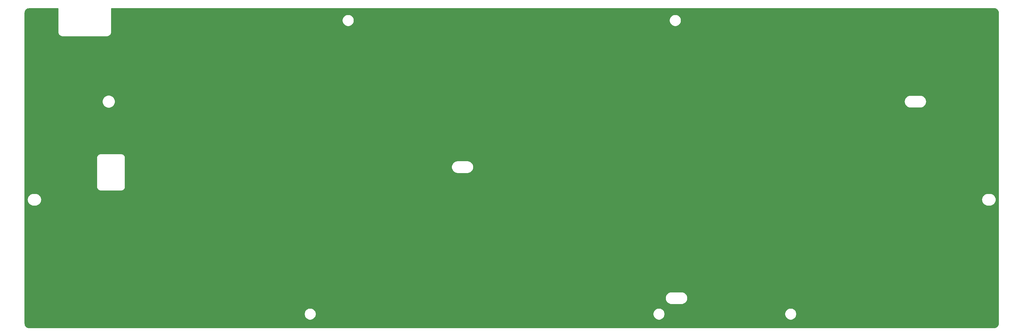
<source format=gbl>
%TF.GenerationSoftware,KiCad,Pcbnew,(5.1.10-1-10_14)*%
%TF.CreationDate,2021-07-02T05:57:47+09:00*%
%TF.ProjectId,Jones_plate_bottom,4a6f6e65-735f-4706-9c61-74655f626f74,rev?*%
%TF.SameCoordinates,Original*%
%TF.FileFunction,Copper,L2,Bot*%
%TF.FilePolarity,Positive*%
%FSLAX46Y46*%
G04 Gerber Fmt 4.6, Leading zero omitted, Abs format (unit mm)*
G04 Created by KiCad (PCBNEW (5.1.10-1-10_14)) date 2021-07-02 05:57:47*
%MOMM*%
%LPD*%
G01*
G04 APERTURE LIST*
%TA.AperFunction,NonConductor*%
%ADD10C,0.254000*%
%TD*%
%TA.AperFunction,NonConductor*%
%ADD11C,0.100000*%
%TD*%
G04 APERTURE END LIST*
D10*
X25839960Y-24713160D02*
X25843231Y-24746369D01*
X25843206Y-24749934D01*
X25844275Y-24760842D01*
X25850342Y-24818567D01*
X25851319Y-24828486D01*
X25851419Y-24828817D01*
X25856515Y-24877300D01*
X25870821Y-24946995D01*
X25884154Y-25016885D01*
X25887321Y-25027377D01*
X25921948Y-25139240D01*
X25949529Y-25204852D01*
X25976171Y-25270793D01*
X25981316Y-25280470D01*
X26037011Y-25383478D01*
X26076818Y-25442495D01*
X26115759Y-25502002D01*
X26122677Y-25510484D01*
X26122681Y-25510491D01*
X26122686Y-25510496D01*
X26197328Y-25600722D01*
X26247836Y-25650878D01*
X26297590Y-25701685D01*
X26306035Y-25708672D01*
X26306038Y-25708675D01*
X26306042Y-25708677D01*
X26396780Y-25782683D01*
X26456055Y-25822065D01*
X26514749Y-25862254D01*
X26524390Y-25867467D01*
X26627783Y-25922442D01*
X26693578Y-25949561D01*
X26758960Y-25977583D01*
X26769422Y-25980822D01*
X26769428Y-25980824D01*
X26769434Y-25980825D01*
X26881531Y-26014669D01*
X26951337Y-26028491D01*
X27020916Y-26043280D01*
X27031809Y-26044425D01*
X27031818Y-26044427D01*
X27031826Y-26044427D01*
X27148211Y-26055839D01*
X27186399Y-26059600D01*
X40063521Y-26059600D01*
X40096730Y-26056329D01*
X40100294Y-26056354D01*
X40111202Y-26055285D01*
X40168912Y-26049219D01*
X40178847Y-26048241D01*
X40179178Y-26048141D01*
X40227660Y-26043045D01*
X40297355Y-26028739D01*
X40367245Y-26015406D01*
X40377737Y-26012239D01*
X40489600Y-25977612D01*
X40555212Y-25950031D01*
X40621153Y-25923389D01*
X40630830Y-25918244D01*
X40733838Y-25862549D01*
X40792855Y-25822742D01*
X40852362Y-25783801D01*
X40860844Y-25776883D01*
X40860851Y-25776879D01*
X40860856Y-25776874D01*
X40951082Y-25702232D01*
X41001238Y-25651724D01*
X41052045Y-25601970D01*
X41059032Y-25593525D01*
X41059035Y-25593522D01*
X41059037Y-25593518D01*
X41133043Y-25502780D01*
X41172425Y-25443505D01*
X41212614Y-25384811D01*
X41217827Y-25375170D01*
X41272802Y-25271777D01*
X41299921Y-25205982D01*
X41327943Y-25140600D01*
X41331182Y-25130138D01*
X41331184Y-25130132D01*
X41331185Y-25130126D01*
X41365029Y-25018029D01*
X41378851Y-24948223D01*
X41393640Y-24878644D01*
X41394785Y-24867751D01*
X41394787Y-24867742D01*
X41394787Y-24867734D01*
X41406213Y-24751203D01*
X41409960Y-24713161D01*
X41409960Y-21154117D01*
X108590000Y-21154117D01*
X108590000Y-21495883D01*
X108656675Y-21831081D01*
X108787463Y-22146831D01*
X108977337Y-22430998D01*
X109219002Y-22672663D01*
X109503169Y-22862537D01*
X109818919Y-22993325D01*
X110154117Y-23060000D01*
X110495883Y-23060000D01*
X110831081Y-22993325D01*
X111146831Y-22862537D01*
X111430998Y-22672663D01*
X111672663Y-22430998D01*
X111862537Y-22146831D01*
X111993325Y-21831081D01*
X112060000Y-21495883D01*
X112060000Y-21154117D01*
X203840000Y-21154117D01*
X203840000Y-21495883D01*
X203906675Y-21831081D01*
X204037463Y-22146831D01*
X204227337Y-22430998D01*
X204469002Y-22672663D01*
X204753169Y-22862537D01*
X205068919Y-22993325D01*
X205404117Y-23060000D01*
X205745883Y-23060000D01*
X206081081Y-22993325D01*
X206396831Y-22862537D01*
X206680998Y-22672663D01*
X206922663Y-22430998D01*
X207112537Y-22146831D01*
X207243325Y-21831081D01*
X207310000Y-21495883D01*
X207310000Y-21154117D01*
X207243325Y-20818919D01*
X207112537Y-20503169D01*
X206922663Y-20219002D01*
X206680998Y-19977337D01*
X206396831Y-19787463D01*
X206081081Y-19656675D01*
X205745883Y-19590000D01*
X205404117Y-19590000D01*
X205068919Y-19656675D01*
X204753169Y-19787463D01*
X204469002Y-19977337D01*
X204227337Y-20219002D01*
X204037463Y-20503169D01*
X203906675Y-20818919D01*
X203840000Y-21154117D01*
X112060000Y-21154117D01*
X111993325Y-20818919D01*
X111862537Y-20503169D01*
X111672663Y-20219002D01*
X111430998Y-19977337D01*
X111146831Y-19787463D01*
X110831081Y-19656675D01*
X110495883Y-19590000D01*
X110154117Y-19590000D01*
X109818919Y-19656675D01*
X109503169Y-19787463D01*
X109219002Y-19977337D01*
X108977337Y-20219002D01*
X108787463Y-20503169D01*
X108656675Y-20818919D01*
X108590000Y-21154117D01*
X41409960Y-21154117D01*
X41409960Y-17859600D01*
X298386572Y-17859600D01*
X298660220Y-17886432D01*
X298886528Y-17954758D01*
X299095248Y-18065737D01*
X299278438Y-18215144D01*
X299429122Y-18397288D01*
X299541552Y-18605224D01*
X299611456Y-18831047D01*
X299639961Y-19102256D01*
X299639960Y-75336039D01*
X299639960Y-75336040D01*
X299639961Y-109636201D01*
X299613128Y-109909862D01*
X299544803Y-110136165D01*
X299433824Y-110344888D01*
X299284418Y-110528077D01*
X299102274Y-110678759D01*
X298894337Y-110791191D01*
X298668512Y-110861096D01*
X298397313Y-110889600D01*
X17463348Y-110889600D01*
X17189698Y-110862768D01*
X16963395Y-110794443D01*
X16754672Y-110683464D01*
X16571483Y-110534058D01*
X16420801Y-110351914D01*
X16308369Y-110143977D01*
X16238464Y-109918152D01*
X16209960Y-109646953D01*
X16209960Y-106754117D01*
X97540000Y-106754117D01*
X97540000Y-107095883D01*
X97606675Y-107431081D01*
X97737463Y-107746831D01*
X97927337Y-108030998D01*
X98169002Y-108272663D01*
X98453169Y-108462537D01*
X98768919Y-108593325D01*
X99104117Y-108660000D01*
X99445883Y-108660000D01*
X99781081Y-108593325D01*
X100096831Y-108462537D01*
X100380998Y-108272663D01*
X100622663Y-108030998D01*
X100812537Y-107746831D01*
X100943325Y-107431081D01*
X101010000Y-107095883D01*
X101010000Y-106754117D01*
X199090000Y-106754117D01*
X199090000Y-107095883D01*
X199156675Y-107431081D01*
X199287463Y-107746831D01*
X199477337Y-108030998D01*
X199719002Y-108272663D01*
X200003169Y-108462537D01*
X200318919Y-108593325D01*
X200654117Y-108660000D01*
X200995883Y-108660000D01*
X201331081Y-108593325D01*
X201646831Y-108462537D01*
X201930998Y-108272663D01*
X202172663Y-108030998D01*
X202362537Y-107746831D01*
X202493325Y-107431081D01*
X202560000Y-107095883D01*
X202560000Y-106754117D01*
X237440000Y-106754117D01*
X237440000Y-107095883D01*
X237506675Y-107431081D01*
X237637463Y-107746831D01*
X237827337Y-108030998D01*
X238069002Y-108272663D01*
X238353169Y-108462537D01*
X238668919Y-108593325D01*
X239004117Y-108660000D01*
X239345883Y-108660000D01*
X239681081Y-108593325D01*
X239996831Y-108462537D01*
X240280998Y-108272663D01*
X240522663Y-108030998D01*
X240712537Y-107746831D01*
X240843325Y-107431081D01*
X240910000Y-107095883D01*
X240910000Y-106754117D01*
X240843325Y-106418919D01*
X240712537Y-106103169D01*
X240522663Y-105819002D01*
X240280998Y-105577337D01*
X239996831Y-105387463D01*
X239681081Y-105256675D01*
X239345883Y-105190000D01*
X239004117Y-105190000D01*
X238668919Y-105256675D01*
X238353169Y-105387463D01*
X238069002Y-105577337D01*
X237827337Y-105819002D01*
X237637463Y-106103169D01*
X237506675Y-106418919D01*
X237440000Y-106754117D01*
X202560000Y-106754117D01*
X202493325Y-106418919D01*
X202362537Y-106103169D01*
X202172663Y-105819002D01*
X201930998Y-105577337D01*
X201646831Y-105387463D01*
X201331081Y-105256675D01*
X200995883Y-105190000D01*
X200654117Y-105190000D01*
X200318919Y-105256675D01*
X200003169Y-105387463D01*
X199719002Y-105577337D01*
X199477337Y-105819002D01*
X199287463Y-106103169D01*
X199156675Y-106418919D01*
X199090000Y-106754117D01*
X101010000Y-106754117D01*
X100943325Y-106418919D01*
X100812537Y-106103169D01*
X100622663Y-105819002D01*
X100380998Y-105577337D01*
X100096831Y-105387463D01*
X99781081Y-105256675D01*
X99445883Y-105190000D01*
X99104117Y-105190000D01*
X98768919Y-105256675D01*
X98453169Y-105387463D01*
X98169002Y-105577337D01*
X97927337Y-105819002D01*
X97737463Y-106103169D01*
X97606675Y-106418919D01*
X97540000Y-106754117D01*
X16209960Y-106754117D01*
X16209960Y-102274600D01*
X202681082Y-102274600D01*
X202716512Y-102634323D01*
X202821439Y-102980222D01*
X202991831Y-103299004D01*
X203221141Y-103578419D01*
X203500556Y-103807729D01*
X203819338Y-103978121D01*
X204165237Y-104083048D01*
X204434821Y-104109600D01*
X207415099Y-104109600D01*
X207684683Y-104083048D01*
X208030582Y-103978121D01*
X208349364Y-103807729D01*
X208628779Y-103578419D01*
X208858089Y-103299004D01*
X209028481Y-102980222D01*
X209133408Y-102634323D01*
X209168838Y-102274600D01*
X209133408Y-101914877D01*
X209028481Y-101568978D01*
X208858089Y-101250196D01*
X208628779Y-100970781D01*
X208349364Y-100741471D01*
X208030582Y-100571079D01*
X207684683Y-100466152D01*
X207415099Y-100439600D01*
X204434821Y-100439600D01*
X204165237Y-100466152D01*
X203819338Y-100571079D01*
X203500556Y-100741471D01*
X203221141Y-100970781D01*
X202991831Y-101250196D01*
X202821439Y-101568978D01*
X202716512Y-101914877D01*
X202681082Y-102274600D01*
X16209960Y-102274600D01*
X16209960Y-73574600D01*
X16881082Y-73574600D01*
X16916512Y-73934323D01*
X17021439Y-74280222D01*
X17191831Y-74599004D01*
X17421141Y-74878419D01*
X17700556Y-75107729D01*
X18019338Y-75278121D01*
X18365237Y-75383048D01*
X18634821Y-75409600D01*
X19315099Y-75409600D01*
X19584683Y-75383048D01*
X19930582Y-75278121D01*
X20249364Y-75107729D01*
X20528779Y-74878419D01*
X20758089Y-74599004D01*
X20928481Y-74280222D01*
X21033408Y-73934323D01*
X21068838Y-73574600D01*
X294781082Y-73574600D01*
X294816512Y-73934323D01*
X294921439Y-74280222D01*
X295091831Y-74599004D01*
X295321141Y-74878419D01*
X295600556Y-75107729D01*
X295919338Y-75278121D01*
X296265237Y-75383048D01*
X296534821Y-75409600D01*
X297215099Y-75409600D01*
X297484683Y-75383048D01*
X297830582Y-75278121D01*
X298149364Y-75107729D01*
X298428779Y-74878419D01*
X298658089Y-74599004D01*
X298828481Y-74280222D01*
X298933408Y-73934323D01*
X298968838Y-73574600D01*
X298933408Y-73214877D01*
X298828481Y-72868978D01*
X298658089Y-72550196D01*
X298428779Y-72270781D01*
X298149364Y-72041471D01*
X297830582Y-71871079D01*
X297484683Y-71766152D01*
X297215099Y-71739600D01*
X296534821Y-71739600D01*
X296265237Y-71766152D01*
X295919338Y-71871079D01*
X295600556Y-72041471D01*
X295321141Y-72270781D01*
X295091831Y-72550196D01*
X294921439Y-72868978D01*
X294816512Y-73214877D01*
X294781082Y-73574600D01*
X21068838Y-73574600D01*
X21033408Y-73214877D01*
X20928481Y-72868978D01*
X20758089Y-72550196D01*
X20528779Y-72270781D01*
X20249364Y-72041471D01*
X19930582Y-71871079D01*
X19584683Y-71766152D01*
X19315099Y-71739600D01*
X18634821Y-71739600D01*
X18365237Y-71766152D01*
X18019338Y-71871079D01*
X17700556Y-72041471D01*
X17421141Y-72270781D01*
X17191831Y-72550196D01*
X17021439Y-72868978D01*
X16916512Y-73214877D01*
X16881082Y-73574600D01*
X16209960Y-73574600D01*
X16209960Y-69882418D01*
X37115000Y-69882418D01*
X37117749Y-69910328D01*
X37117728Y-69913308D01*
X37118627Y-69922479D01*
X37123691Y-69970663D01*
X37124550Y-69979382D01*
X37124638Y-69979673D01*
X37128827Y-70019527D01*
X37140861Y-70078152D01*
X37152064Y-70136884D01*
X37154728Y-70145706D01*
X37183584Y-70238925D01*
X37206767Y-70294075D01*
X37229175Y-70349537D01*
X37233502Y-70357673D01*
X37279914Y-70443511D01*
X37313362Y-70493098D01*
X37346119Y-70543156D01*
X37351943Y-70550297D01*
X37414145Y-70625486D01*
X37456594Y-70667639D01*
X37498439Y-70710371D01*
X37505540Y-70716245D01*
X37581160Y-70777921D01*
X37631025Y-70811052D01*
X37680350Y-70844825D01*
X37688445Y-70849202D01*
X37688448Y-70849204D01*
X37688451Y-70849205D01*
X37688456Y-70849208D01*
X37774617Y-70895020D01*
X37829909Y-70917809D01*
X37884898Y-70941378D01*
X37893701Y-70944103D01*
X37987119Y-70972308D01*
X38045826Y-70983933D01*
X38104316Y-70996365D01*
X38113470Y-70997327D01*
X38113476Y-70997328D01*
X38113481Y-70997328D01*
X38210598Y-71006850D01*
X38242581Y-71010000D01*
X44307419Y-71010000D01*
X44335329Y-71007251D01*
X44338308Y-71007272D01*
X44347479Y-71006373D01*
X44395648Y-71001310D01*
X44404383Y-71000450D01*
X44404674Y-71000362D01*
X44444527Y-70996173D01*
X44503152Y-70984139D01*
X44561884Y-70972936D01*
X44570706Y-70970272D01*
X44663925Y-70941416D01*
X44719075Y-70918233D01*
X44774537Y-70895825D01*
X44782666Y-70891502D01*
X44782670Y-70891500D01*
X44782673Y-70891498D01*
X44868511Y-70845086D01*
X44918098Y-70811638D01*
X44968156Y-70778881D01*
X44975297Y-70773057D01*
X45050486Y-70710855D01*
X45092639Y-70668406D01*
X45135371Y-70626561D01*
X45141245Y-70619460D01*
X45202921Y-70543840D01*
X45236052Y-70493975D01*
X45269825Y-70444650D01*
X45274208Y-70436544D01*
X45320020Y-70350383D01*
X45342809Y-70295091D01*
X45366378Y-70240102D01*
X45369103Y-70231299D01*
X45397308Y-70137881D01*
X45408933Y-70079174D01*
X45421365Y-70020684D01*
X45422327Y-70011530D01*
X45422328Y-70011524D01*
X45422328Y-70011519D01*
X45431850Y-69914402D01*
X45435000Y-69882419D01*
X45435000Y-64074600D01*
X140381082Y-64074600D01*
X140416512Y-64434323D01*
X140521439Y-64780222D01*
X140691831Y-65099004D01*
X140921141Y-65378419D01*
X141200556Y-65607729D01*
X141519338Y-65778121D01*
X141865237Y-65883048D01*
X142134821Y-65909600D01*
X145115099Y-65909600D01*
X145384683Y-65883048D01*
X145730582Y-65778121D01*
X146049364Y-65607729D01*
X146328779Y-65378419D01*
X146558089Y-65099004D01*
X146728481Y-64780222D01*
X146833408Y-64434323D01*
X146868838Y-64074600D01*
X146833408Y-63714877D01*
X146728481Y-63368978D01*
X146558089Y-63050196D01*
X146328779Y-62770781D01*
X146049364Y-62541471D01*
X145730582Y-62371079D01*
X145384683Y-62266152D01*
X145115099Y-62239600D01*
X142134821Y-62239600D01*
X141865237Y-62266152D01*
X141519338Y-62371079D01*
X141200556Y-62541471D01*
X140921141Y-62770781D01*
X140691831Y-63050196D01*
X140521439Y-63368978D01*
X140416512Y-63714877D01*
X140381082Y-64074600D01*
X45435000Y-64074600D01*
X45435000Y-61317581D01*
X45432251Y-61289671D01*
X45432272Y-61286693D01*
X45431373Y-61277522D01*
X45426311Y-61229360D01*
X45425450Y-61220617D01*
X45425362Y-61220325D01*
X45421173Y-61180473D01*
X45409140Y-61121854D01*
X45397936Y-61063116D01*
X45395272Y-61054294D01*
X45366416Y-60961075D01*
X45343238Y-60905937D01*
X45320825Y-60850463D01*
X45316498Y-60842327D01*
X45270085Y-60756489D01*
X45236645Y-60706913D01*
X45203881Y-60656844D01*
X45198057Y-60649703D01*
X45135855Y-60574514D01*
X45093406Y-60532361D01*
X45051561Y-60489629D01*
X45044460Y-60483755D01*
X44968839Y-60422079D01*
X44919034Y-60388988D01*
X44869650Y-60355174D01*
X44861544Y-60350792D01*
X44775383Y-60304980D01*
X44720091Y-60282191D01*
X44665102Y-60258622D01*
X44656299Y-60255897D01*
X44562881Y-60227692D01*
X44504174Y-60216067D01*
X44445684Y-60203635D01*
X44436530Y-60202673D01*
X44436524Y-60202672D01*
X44436519Y-60202672D01*
X44339402Y-60193150D01*
X44307419Y-60190000D01*
X38242581Y-60190000D01*
X38214671Y-60192749D01*
X38211693Y-60192728D01*
X38202522Y-60193627D01*
X38154360Y-60198689D01*
X38145617Y-60199550D01*
X38145325Y-60199638D01*
X38105473Y-60203827D01*
X38046854Y-60215860D01*
X37988116Y-60227064D01*
X37979294Y-60229728D01*
X37886075Y-60258584D01*
X37830937Y-60281762D01*
X37775463Y-60304175D01*
X37767334Y-60308498D01*
X37767330Y-60308500D01*
X37767327Y-60308502D01*
X37681489Y-60354915D01*
X37631913Y-60388355D01*
X37581844Y-60421119D01*
X37574703Y-60426943D01*
X37499514Y-60489145D01*
X37457361Y-60531594D01*
X37414629Y-60573439D01*
X37408755Y-60580540D01*
X37347079Y-60656161D01*
X37313988Y-60705966D01*
X37280174Y-60755350D01*
X37275792Y-60763456D01*
X37229980Y-60849617D01*
X37207191Y-60904909D01*
X37183622Y-60959898D01*
X37180897Y-60968701D01*
X37152692Y-61062119D01*
X37141067Y-61120826D01*
X37128635Y-61179316D01*
X37127673Y-61188470D01*
X37127672Y-61188476D01*
X37127672Y-61188481D01*
X37118150Y-61285598D01*
X37118150Y-61285608D01*
X37115001Y-61317581D01*
X37115000Y-69882418D01*
X16209960Y-69882418D01*
X16209960Y-44788973D01*
X38740260Y-44788973D01*
X38740260Y-45160227D01*
X38812688Y-45524347D01*
X38954761Y-45867340D01*
X39161018Y-46176026D01*
X39423534Y-46438542D01*
X39732220Y-46644799D01*
X40075213Y-46786872D01*
X40439333Y-46859300D01*
X40810587Y-46859300D01*
X41174707Y-46786872D01*
X41517700Y-46644799D01*
X41826386Y-46438542D01*
X42088902Y-46176026D01*
X42295159Y-45867340D01*
X42437232Y-45524347D01*
X42509660Y-45160227D01*
X42509660Y-44974600D01*
X272231082Y-44974600D01*
X272266512Y-45334323D01*
X272371439Y-45680222D01*
X272541831Y-45999004D01*
X272771141Y-46278419D01*
X273050556Y-46507729D01*
X273369338Y-46678121D01*
X273715237Y-46783048D01*
X273984821Y-46809600D01*
X276965099Y-46809600D01*
X277234683Y-46783048D01*
X277580582Y-46678121D01*
X277899364Y-46507729D01*
X278178779Y-46278419D01*
X278408089Y-45999004D01*
X278578481Y-45680222D01*
X278683408Y-45334323D01*
X278718838Y-44974600D01*
X278683408Y-44614877D01*
X278578481Y-44268978D01*
X278408089Y-43950196D01*
X278178779Y-43670781D01*
X277899364Y-43441471D01*
X277580582Y-43271079D01*
X277234683Y-43166152D01*
X276965099Y-43139600D01*
X273984821Y-43139600D01*
X273715237Y-43166152D01*
X273369338Y-43271079D01*
X273050556Y-43441471D01*
X272771141Y-43670781D01*
X272541831Y-43950196D01*
X272371439Y-44268978D01*
X272266512Y-44614877D01*
X272231082Y-44974600D01*
X42509660Y-44974600D01*
X42509660Y-44788973D01*
X42437232Y-44424853D01*
X42295159Y-44081860D01*
X42088902Y-43773174D01*
X41826386Y-43510658D01*
X41517700Y-43304401D01*
X41174707Y-43162328D01*
X40810587Y-43089900D01*
X40439333Y-43089900D01*
X40075213Y-43162328D01*
X39732220Y-43304401D01*
X39423534Y-43510658D01*
X39161018Y-43773174D01*
X38954761Y-44081860D01*
X38812688Y-44424853D01*
X38740260Y-44788973D01*
X16209960Y-44788973D01*
X16209960Y-19112988D01*
X16236792Y-18839340D01*
X16305118Y-18613032D01*
X16416097Y-18404312D01*
X16565504Y-18221122D01*
X16747648Y-18070438D01*
X16955584Y-17958008D01*
X17181407Y-17888104D01*
X17452607Y-17859600D01*
X25839961Y-17859600D01*
X25839960Y-24713160D01*
%TA.AperFunction,NonConductor*%
D11*
G36*
X25839960Y-24713160D02*
G01*
X25843231Y-24746369D01*
X25843206Y-24749934D01*
X25844275Y-24760842D01*
X25850342Y-24818567D01*
X25851319Y-24828486D01*
X25851419Y-24828817D01*
X25856515Y-24877300D01*
X25870821Y-24946995D01*
X25884154Y-25016885D01*
X25887321Y-25027377D01*
X25921948Y-25139240D01*
X25949529Y-25204852D01*
X25976171Y-25270793D01*
X25981316Y-25280470D01*
X26037011Y-25383478D01*
X26076818Y-25442495D01*
X26115759Y-25502002D01*
X26122677Y-25510484D01*
X26122681Y-25510491D01*
X26122686Y-25510496D01*
X26197328Y-25600722D01*
X26247836Y-25650878D01*
X26297590Y-25701685D01*
X26306035Y-25708672D01*
X26306038Y-25708675D01*
X26306042Y-25708677D01*
X26396780Y-25782683D01*
X26456055Y-25822065D01*
X26514749Y-25862254D01*
X26524390Y-25867467D01*
X26627783Y-25922442D01*
X26693578Y-25949561D01*
X26758960Y-25977583D01*
X26769422Y-25980822D01*
X26769428Y-25980824D01*
X26769434Y-25980825D01*
X26881531Y-26014669D01*
X26951337Y-26028491D01*
X27020916Y-26043280D01*
X27031809Y-26044425D01*
X27031818Y-26044427D01*
X27031826Y-26044427D01*
X27148211Y-26055839D01*
X27186399Y-26059600D01*
X40063521Y-26059600D01*
X40096730Y-26056329D01*
X40100294Y-26056354D01*
X40111202Y-26055285D01*
X40168912Y-26049219D01*
X40178847Y-26048241D01*
X40179178Y-26048141D01*
X40227660Y-26043045D01*
X40297355Y-26028739D01*
X40367245Y-26015406D01*
X40377737Y-26012239D01*
X40489600Y-25977612D01*
X40555212Y-25950031D01*
X40621153Y-25923389D01*
X40630830Y-25918244D01*
X40733838Y-25862549D01*
X40792855Y-25822742D01*
X40852362Y-25783801D01*
X40860844Y-25776883D01*
X40860851Y-25776879D01*
X40860856Y-25776874D01*
X40951082Y-25702232D01*
X41001238Y-25651724D01*
X41052045Y-25601970D01*
X41059032Y-25593525D01*
X41059035Y-25593522D01*
X41059037Y-25593518D01*
X41133043Y-25502780D01*
X41172425Y-25443505D01*
X41212614Y-25384811D01*
X41217827Y-25375170D01*
X41272802Y-25271777D01*
X41299921Y-25205982D01*
X41327943Y-25140600D01*
X41331182Y-25130138D01*
X41331184Y-25130132D01*
X41331185Y-25130126D01*
X41365029Y-25018029D01*
X41378851Y-24948223D01*
X41393640Y-24878644D01*
X41394785Y-24867751D01*
X41394787Y-24867742D01*
X41394787Y-24867734D01*
X41406213Y-24751203D01*
X41409960Y-24713161D01*
X41409960Y-21154117D01*
X108590000Y-21154117D01*
X108590000Y-21495883D01*
X108656675Y-21831081D01*
X108787463Y-22146831D01*
X108977337Y-22430998D01*
X109219002Y-22672663D01*
X109503169Y-22862537D01*
X109818919Y-22993325D01*
X110154117Y-23060000D01*
X110495883Y-23060000D01*
X110831081Y-22993325D01*
X111146831Y-22862537D01*
X111430998Y-22672663D01*
X111672663Y-22430998D01*
X111862537Y-22146831D01*
X111993325Y-21831081D01*
X112060000Y-21495883D01*
X112060000Y-21154117D01*
X203840000Y-21154117D01*
X203840000Y-21495883D01*
X203906675Y-21831081D01*
X204037463Y-22146831D01*
X204227337Y-22430998D01*
X204469002Y-22672663D01*
X204753169Y-22862537D01*
X205068919Y-22993325D01*
X205404117Y-23060000D01*
X205745883Y-23060000D01*
X206081081Y-22993325D01*
X206396831Y-22862537D01*
X206680998Y-22672663D01*
X206922663Y-22430998D01*
X207112537Y-22146831D01*
X207243325Y-21831081D01*
X207310000Y-21495883D01*
X207310000Y-21154117D01*
X207243325Y-20818919D01*
X207112537Y-20503169D01*
X206922663Y-20219002D01*
X206680998Y-19977337D01*
X206396831Y-19787463D01*
X206081081Y-19656675D01*
X205745883Y-19590000D01*
X205404117Y-19590000D01*
X205068919Y-19656675D01*
X204753169Y-19787463D01*
X204469002Y-19977337D01*
X204227337Y-20219002D01*
X204037463Y-20503169D01*
X203906675Y-20818919D01*
X203840000Y-21154117D01*
X112060000Y-21154117D01*
X111993325Y-20818919D01*
X111862537Y-20503169D01*
X111672663Y-20219002D01*
X111430998Y-19977337D01*
X111146831Y-19787463D01*
X110831081Y-19656675D01*
X110495883Y-19590000D01*
X110154117Y-19590000D01*
X109818919Y-19656675D01*
X109503169Y-19787463D01*
X109219002Y-19977337D01*
X108977337Y-20219002D01*
X108787463Y-20503169D01*
X108656675Y-20818919D01*
X108590000Y-21154117D01*
X41409960Y-21154117D01*
X41409960Y-17859600D01*
X298386572Y-17859600D01*
X298660220Y-17886432D01*
X298886528Y-17954758D01*
X299095248Y-18065737D01*
X299278438Y-18215144D01*
X299429122Y-18397288D01*
X299541552Y-18605224D01*
X299611456Y-18831047D01*
X299639961Y-19102256D01*
X299639960Y-75336039D01*
X299639960Y-75336040D01*
X299639961Y-109636201D01*
X299613128Y-109909862D01*
X299544803Y-110136165D01*
X299433824Y-110344888D01*
X299284418Y-110528077D01*
X299102274Y-110678759D01*
X298894337Y-110791191D01*
X298668512Y-110861096D01*
X298397313Y-110889600D01*
X17463348Y-110889600D01*
X17189698Y-110862768D01*
X16963395Y-110794443D01*
X16754672Y-110683464D01*
X16571483Y-110534058D01*
X16420801Y-110351914D01*
X16308369Y-110143977D01*
X16238464Y-109918152D01*
X16209960Y-109646953D01*
X16209960Y-106754117D01*
X97540000Y-106754117D01*
X97540000Y-107095883D01*
X97606675Y-107431081D01*
X97737463Y-107746831D01*
X97927337Y-108030998D01*
X98169002Y-108272663D01*
X98453169Y-108462537D01*
X98768919Y-108593325D01*
X99104117Y-108660000D01*
X99445883Y-108660000D01*
X99781081Y-108593325D01*
X100096831Y-108462537D01*
X100380998Y-108272663D01*
X100622663Y-108030998D01*
X100812537Y-107746831D01*
X100943325Y-107431081D01*
X101010000Y-107095883D01*
X101010000Y-106754117D01*
X199090000Y-106754117D01*
X199090000Y-107095883D01*
X199156675Y-107431081D01*
X199287463Y-107746831D01*
X199477337Y-108030998D01*
X199719002Y-108272663D01*
X200003169Y-108462537D01*
X200318919Y-108593325D01*
X200654117Y-108660000D01*
X200995883Y-108660000D01*
X201331081Y-108593325D01*
X201646831Y-108462537D01*
X201930998Y-108272663D01*
X202172663Y-108030998D01*
X202362537Y-107746831D01*
X202493325Y-107431081D01*
X202560000Y-107095883D01*
X202560000Y-106754117D01*
X237440000Y-106754117D01*
X237440000Y-107095883D01*
X237506675Y-107431081D01*
X237637463Y-107746831D01*
X237827337Y-108030998D01*
X238069002Y-108272663D01*
X238353169Y-108462537D01*
X238668919Y-108593325D01*
X239004117Y-108660000D01*
X239345883Y-108660000D01*
X239681081Y-108593325D01*
X239996831Y-108462537D01*
X240280998Y-108272663D01*
X240522663Y-108030998D01*
X240712537Y-107746831D01*
X240843325Y-107431081D01*
X240910000Y-107095883D01*
X240910000Y-106754117D01*
X240843325Y-106418919D01*
X240712537Y-106103169D01*
X240522663Y-105819002D01*
X240280998Y-105577337D01*
X239996831Y-105387463D01*
X239681081Y-105256675D01*
X239345883Y-105190000D01*
X239004117Y-105190000D01*
X238668919Y-105256675D01*
X238353169Y-105387463D01*
X238069002Y-105577337D01*
X237827337Y-105819002D01*
X237637463Y-106103169D01*
X237506675Y-106418919D01*
X237440000Y-106754117D01*
X202560000Y-106754117D01*
X202493325Y-106418919D01*
X202362537Y-106103169D01*
X202172663Y-105819002D01*
X201930998Y-105577337D01*
X201646831Y-105387463D01*
X201331081Y-105256675D01*
X200995883Y-105190000D01*
X200654117Y-105190000D01*
X200318919Y-105256675D01*
X200003169Y-105387463D01*
X199719002Y-105577337D01*
X199477337Y-105819002D01*
X199287463Y-106103169D01*
X199156675Y-106418919D01*
X199090000Y-106754117D01*
X101010000Y-106754117D01*
X100943325Y-106418919D01*
X100812537Y-106103169D01*
X100622663Y-105819002D01*
X100380998Y-105577337D01*
X100096831Y-105387463D01*
X99781081Y-105256675D01*
X99445883Y-105190000D01*
X99104117Y-105190000D01*
X98768919Y-105256675D01*
X98453169Y-105387463D01*
X98169002Y-105577337D01*
X97927337Y-105819002D01*
X97737463Y-106103169D01*
X97606675Y-106418919D01*
X97540000Y-106754117D01*
X16209960Y-106754117D01*
X16209960Y-102274600D01*
X202681082Y-102274600D01*
X202716512Y-102634323D01*
X202821439Y-102980222D01*
X202991831Y-103299004D01*
X203221141Y-103578419D01*
X203500556Y-103807729D01*
X203819338Y-103978121D01*
X204165237Y-104083048D01*
X204434821Y-104109600D01*
X207415099Y-104109600D01*
X207684683Y-104083048D01*
X208030582Y-103978121D01*
X208349364Y-103807729D01*
X208628779Y-103578419D01*
X208858089Y-103299004D01*
X209028481Y-102980222D01*
X209133408Y-102634323D01*
X209168838Y-102274600D01*
X209133408Y-101914877D01*
X209028481Y-101568978D01*
X208858089Y-101250196D01*
X208628779Y-100970781D01*
X208349364Y-100741471D01*
X208030582Y-100571079D01*
X207684683Y-100466152D01*
X207415099Y-100439600D01*
X204434821Y-100439600D01*
X204165237Y-100466152D01*
X203819338Y-100571079D01*
X203500556Y-100741471D01*
X203221141Y-100970781D01*
X202991831Y-101250196D01*
X202821439Y-101568978D01*
X202716512Y-101914877D01*
X202681082Y-102274600D01*
X16209960Y-102274600D01*
X16209960Y-73574600D01*
X16881082Y-73574600D01*
X16916512Y-73934323D01*
X17021439Y-74280222D01*
X17191831Y-74599004D01*
X17421141Y-74878419D01*
X17700556Y-75107729D01*
X18019338Y-75278121D01*
X18365237Y-75383048D01*
X18634821Y-75409600D01*
X19315099Y-75409600D01*
X19584683Y-75383048D01*
X19930582Y-75278121D01*
X20249364Y-75107729D01*
X20528779Y-74878419D01*
X20758089Y-74599004D01*
X20928481Y-74280222D01*
X21033408Y-73934323D01*
X21068838Y-73574600D01*
X294781082Y-73574600D01*
X294816512Y-73934323D01*
X294921439Y-74280222D01*
X295091831Y-74599004D01*
X295321141Y-74878419D01*
X295600556Y-75107729D01*
X295919338Y-75278121D01*
X296265237Y-75383048D01*
X296534821Y-75409600D01*
X297215099Y-75409600D01*
X297484683Y-75383048D01*
X297830582Y-75278121D01*
X298149364Y-75107729D01*
X298428779Y-74878419D01*
X298658089Y-74599004D01*
X298828481Y-74280222D01*
X298933408Y-73934323D01*
X298968838Y-73574600D01*
X298933408Y-73214877D01*
X298828481Y-72868978D01*
X298658089Y-72550196D01*
X298428779Y-72270781D01*
X298149364Y-72041471D01*
X297830582Y-71871079D01*
X297484683Y-71766152D01*
X297215099Y-71739600D01*
X296534821Y-71739600D01*
X296265237Y-71766152D01*
X295919338Y-71871079D01*
X295600556Y-72041471D01*
X295321141Y-72270781D01*
X295091831Y-72550196D01*
X294921439Y-72868978D01*
X294816512Y-73214877D01*
X294781082Y-73574600D01*
X21068838Y-73574600D01*
X21033408Y-73214877D01*
X20928481Y-72868978D01*
X20758089Y-72550196D01*
X20528779Y-72270781D01*
X20249364Y-72041471D01*
X19930582Y-71871079D01*
X19584683Y-71766152D01*
X19315099Y-71739600D01*
X18634821Y-71739600D01*
X18365237Y-71766152D01*
X18019338Y-71871079D01*
X17700556Y-72041471D01*
X17421141Y-72270781D01*
X17191831Y-72550196D01*
X17021439Y-72868978D01*
X16916512Y-73214877D01*
X16881082Y-73574600D01*
X16209960Y-73574600D01*
X16209960Y-69882418D01*
X37115000Y-69882418D01*
X37117749Y-69910328D01*
X37117728Y-69913308D01*
X37118627Y-69922479D01*
X37123691Y-69970663D01*
X37124550Y-69979382D01*
X37124638Y-69979673D01*
X37128827Y-70019527D01*
X37140861Y-70078152D01*
X37152064Y-70136884D01*
X37154728Y-70145706D01*
X37183584Y-70238925D01*
X37206767Y-70294075D01*
X37229175Y-70349537D01*
X37233502Y-70357673D01*
X37279914Y-70443511D01*
X37313362Y-70493098D01*
X37346119Y-70543156D01*
X37351943Y-70550297D01*
X37414145Y-70625486D01*
X37456594Y-70667639D01*
X37498439Y-70710371D01*
X37505540Y-70716245D01*
X37581160Y-70777921D01*
X37631025Y-70811052D01*
X37680350Y-70844825D01*
X37688445Y-70849202D01*
X37688448Y-70849204D01*
X37688451Y-70849205D01*
X37688456Y-70849208D01*
X37774617Y-70895020D01*
X37829909Y-70917809D01*
X37884898Y-70941378D01*
X37893701Y-70944103D01*
X37987119Y-70972308D01*
X38045826Y-70983933D01*
X38104316Y-70996365D01*
X38113470Y-70997327D01*
X38113476Y-70997328D01*
X38113481Y-70997328D01*
X38210598Y-71006850D01*
X38242581Y-71010000D01*
X44307419Y-71010000D01*
X44335329Y-71007251D01*
X44338308Y-71007272D01*
X44347479Y-71006373D01*
X44395648Y-71001310D01*
X44404383Y-71000450D01*
X44404674Y-71000362D01*
X44444527Y-70996173D01*
X44503152Y-70984139D01*
X44561884Y-70972936D01*
X44570706Y-70970272D01*
X44663925Y-70941416D01*
X44719075Y-70918233D01*
X44774537Y-70895825D01*
X44782666Y-70891502D01*
X44782670Y-70891500D01*
X44782673Y-70891498D01*
X44868511Y-70845086D01*
X44918098Y-70811638D01*
X44968156Y-70778881D01*
X44975297Y-70773057D01*
X45050486Y-70710855D01*
X45092639Y-70668406D01*
X45135371Y-70626561D01*
X45141245Y-70619460D01*
X45202921Y-70543840D01*
X45236052Y-70493975D01*
X45269825Y-70444650D01*
X45274208Y-70436544D01*
X45320020Y-70350383D01*
X45342809Y-70295091D01*
X45366378Y-70240102D01*
X45369103Y-70231299D01*
X45397308Y-70137881D01*
X45408933Y-70079174D01*
X45421365Y-70020684D01*
X45422327Y-70011530D01*
X45422328Y-70011524D01*
X45422328Y-70011519D01*
X45431850Y-69914402D01*
X45435000Y-69882419D01*
X45435000Y-64074600D01*
X140381082Y-64074600D01*
X140416512Y-64434323D01*
X140521439Y-64780222D01*
X140691831Y-65099004D01*
X140921141Y-65378419D01*
X141200556Y-65607729D01*
X141519338Y-65778121D01*
X141865237Y-65883048D01*
X142134821Y-65909600D01*
X145115099Y-65909600D01*
X145384683Y-65883048D01*
X145730582Y-65778121D01*
X146049364Y-65607729D01*
X146328779Y-65378419D01*
X146558089Y-65099004D01*
X146728481Y-64780222D01*
X146833408Y-64434323D01*
X146868838Y-64074600D01*
X146833408Y-63714877D01*
X146728481Y-63368978D01*
X146558089Y-63050196D01*
X146328779Y-62770781D01*
X146049364Y-62541471D01*
X145730582Y-62371079D01*
X145384683Y-62266152D01*
X145115099Y-62239600D01*
X142134821Y-62239600D01*
X141865237Y-62266152D01*
X141519338Y-62371079D01*
X141200556Y-62541471D01*
X140921141Y-62770781D01*
X140691831Y-63050196D01*
X140521439Y-63368978D01*
X140416512Y-63714877D01*
X140381082Y-64074600D01*
X45435000Y-64074600D01*
X45435000Y-61317581D01*
X45432251Y-61289671D01*
X45432272Y-61286693D01*
X45431373Y-61277522D01*
X45426311Y-61229360D01*
X45425450Y-61220617D01*
X45425362Y-61220325D01*
X45421173Y-61180473D01*
X45409140Y-61121854D01*
X45397936Y-61063116D01*
X45395272Y-61054294D01*
X45366416Y-60961075D01*
X45343238Y-60905937D01*
X45320825Y-60850463D01*
X45316498Y-60842327D01*
X45270085Y-60756489D01*
X45236645Y-60706913D01*
X45203881Y-60656844D01*
X45198057Y-60649703D01*
X45135855Y-60574514D01*
X45093406Y-60532361D01*
X45051561Y-60489629D01*
X45044460Y-60483755D01*
X44968839Y-60422079D01*
X44919034Y-60388988D01*
X44869650Y-60355174D01*
X44861544Y-60350792D01*
X44775383Y-60304980D01*
X44720091Y-60282191D01*
X44665102Y-60258622D01*
X44656299Y-60255897D01*
X44562881Y-60227692D01*
X44504174Y-60216067D01*
X44445684Y-60203635D01*
X44436530Y-60202673D01*
X44436524Y-60202672D01*
X44436519Y-60202672D01*
X44339402Y-60193150D01*
X44307419Y-60190000D01*
X38242581Y-60190000D01*
X38214671Y-60192749D01*
X38211693Y-60192728D01*
X38202522Y-60193627D01*
X38154360Y-60198689D01*
X38145617Y-60199550D01*
X38145325Y-60199638D01*
X38105473Y-60203827D01*
X38046854Y-60215860D01*
X37988116Y-60227064D01*
X37979294Y-60229728D01*
X37886075Y-60258584D01*
X37830937Y-60281762D01*
X37775463Y-60304175D01*
X37767334Y-60308498D01*
X37767330Y-60308500D01*
X37767327Y-60308502D01*
X37681489Y-60354915D01*
X37631913Y-60388355D01*
X37581844Y-60421119D01*
X37574703Y-60426943D01*
X37499514Y-60489145D01*
X37457361Y-60531594D01*
X37414629Y-60573439D01*
X37408755Y-60580540D01*
X37347079Y-60656161D01*
X37313988Y-60705966D01*
X37280174Y-60755350D01*
X37275792Y-60763456D01*
X37229980Y-60849617D01*
X37207191Y-60904909D01*
X37183622Y-60959898D01*
X37180897Y-60968701D01*
X37152692Y-61062119D01*
X37141067Y-61120826D01*
X37128635Y-61179316D01*
X37127673Y-61188470D01*
X37127672Y-61188476D01*
X37127672Y-61188481D01*
X37118150Y-61285598D01*
X37118150Y-61285608D01*
X37115001Y-61317581D01*
X37115000Y-69882418D01*
X16209960Y-69882418D01*
X16209960Y-44788973D01*
X38740260Y-44788973D01*
X38740260Y-45160227D01*
X38812688Y-45524347D01*
X38954761Y-45867340D01*
X39161018Y-46176026D01*
X39423534Y-46438542D01*
X39732220Y-46644799D01*
X40075213Y-46786872D01*
X40439333Y-46859300D01*
X40810587Y-46859300D01*
X41174707Y-46786872D01*
X41517700Y-46644799D01*
X41826386Y-46438542D01*
X42088902Y-46176026D01*
X42295159Y-45867340D01*
X42437232Y-45524347D01*
X42509660Y-45160227D01*
X42509660Y-44974600D01*
X272231082Y-44974600D01*
X272266512Y-45334323D01*
X272371439Y-45680222D01*
X272541831Y-45999004D01*
X272771141Y-46278419D01*
X273050556Y-46507729D01*
X273369338Y-46678121D01*
X273715237Y-46783048D01*
X273984821Y-46809600D01*
X276965099Y-46809600D01*
X277234683Y-46783048D01*
X277580582Y-46678121D01*
X277899364Y-46507729D01*
X278178779Y-46278419D01*
X278408089Y-45999004D01*
X278578481Y-45680222D01*
X278683408Y-45334323D01*
X278718838Y-44974600D01*
X278683408Y-44614877D01*
X278578481Y-44268978D01*
X278408089Y-43950196D01*
X278178779Y-43670781D01*
X277899364Y-43441471D01*
X277580582Y-43271079D01*
X277234683Y-43166152D01*
X276965099Y-43139600D01*
X273984821Y-43139600D01*
X273715237Y-43166152D01*
X273369338Y-43271079D01*
X273050556Y-43441471D01*
X272771141Y-43670781D01*
X272541831Y-43950196D01*
X272371439Y-44268978D01*
X272266512Y-44614877D01*
X272231082Y-44974600D01*
X42509660Y-44974600D01*
X42509660Y-44788973D01*
X42437232Y-44424853D01*
X42295159Y-44081860D01*
X42088902Y-43773174D01*
X41826386Y-43510658D01*
X41517700Y-43304401D01*
X41174707Y-43162328D01*
X40810587Y-43089900D01*
X40439333Y-43089900D01*
X40075213Y-43162328D01*
X39732220Y-43304401D01*
X39423534Y-43510658D01*
X39161018Y-43773174D01*
X38954761Y-44081860D01*
X38812688Y-44424853D01*
X38740260Y-44788973D01*
X16209960Y-44788973D01*
X16209960Y-19112988D01*
X16236792Y-18839340D01*
X16305118Y-18613032D01*
X16416097Y-18404312D01*
X16565504Y-18221122D01*
X16747648Y-18070438D01*
X16955584Y-17958008D01*
X17181407Y-17888104D01*
X17452607Y-17859600D01*
X25839961Y-17859600D01*
X25839960Y-24713160D01*
G37*
%TD.AperFunction*%
M02*

</source>
